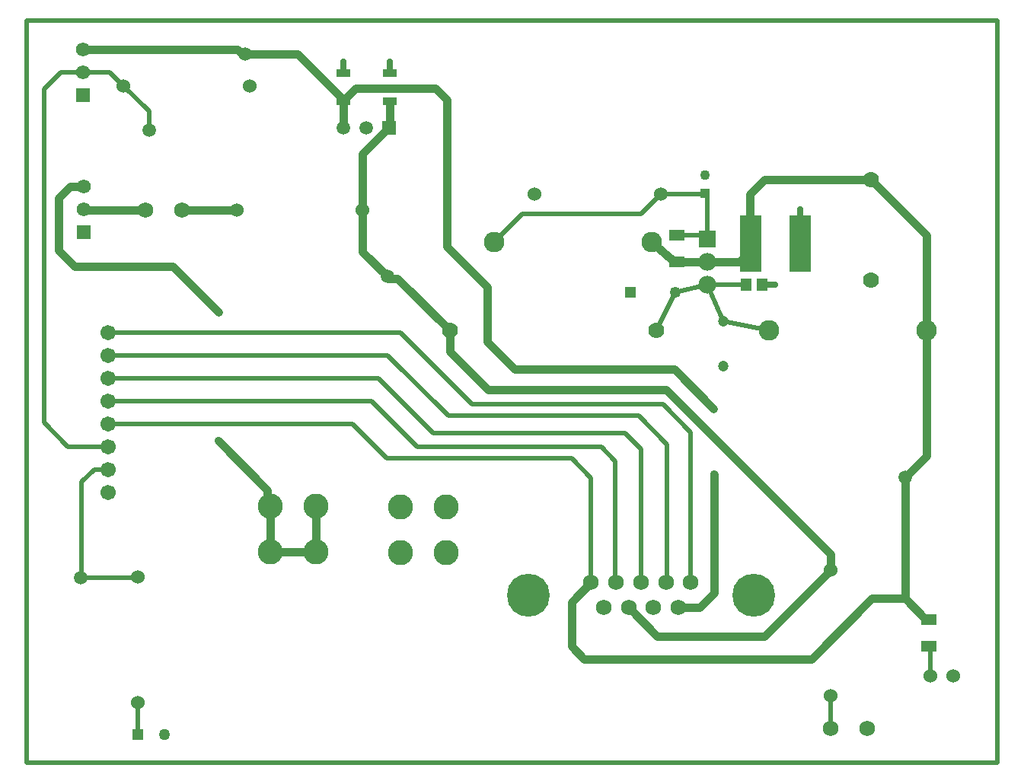
<source format=gtl>
G04*
G04 #@! TF.GenerationSoftware,Altium Limited,Altium Designer,21.6.4 (81)*
G04*
G04 Layer_Physical_Order=1*
G04 Layer_Color=255*
%FSLAX25Y25*%
%MOIN*%
G70*
G04*
G04 #@! TF.SameCoordinates,4CA0FBB6-7D73-4BA8-9560-2460E3BCD6C6*
G04*
G04*
G04 #@! TF.FilePolarity,Positive*
G04*
G01*
G75*
%ADD10C,0.02000*%
%ADD17R,0.06299X0.03369*%
%ADD18R,0.04567X0.05787*%
%ADD19R,0.09724X0.24882*%
%ADD20R,0.07087X0.04724*%
%ADD21R,0.06693X0.04528*%
%ADD26C,0.06700*%
%ADD48C,0.03500*%
%ADD49C,0.02500*%
%ADD50C,0.03000*%
%ADD51C,0.05000*%
%ADD52R,0.05000X0.05000*%
%ADD53R,0.05937X0.05937*%
%ADD54C,0.05937*%
%ADD55C,0.06799*%
%ADD56R,0.04331X0.04331*%
%ADD57C,0.04331*%
%ADD58C,0.09000*%
%ADD59C,0.06000*%
%ADD60C,0.04724*%
%ADD61R,0.06201X0.06201*%
%ADD62C,0.06201*%
%ADD63C,0.11000*%
%ADD64C,0.06909*%
%ADD65C,0.18779*%
%ADD66C,0.07795*%
%ADD67R,0.07795X0.07795*%
%ADD68C,0.07000*%
%ADD69R,0.04921X0.04921*%
%ADD70C,0.04921*%
%ADD71C,0.05906*%
%ADD72C,0.02500*%
%ADD73C,0.03500*%
D10*
X290764Y79181D02*
Y144736D01*
X278500Y157000D02*
X290764Y144736D01*
X280473Y79796D02*
Y139527D01*
X268000Y152000D02*
X280473Y139527D01*
X184500Y152000D02*
X268000D01*
X171000Y138500D02*
X251500D01*
X151000Y158500D02*
X171000Y138500D01*
X35500Y158500D02*
X151000D01*
X157500Y133500D02*
X238500D01*
X35500Y148500D02*
X142500D01*
X157500Y133500D01*
X178000Y144500D02*
X262000D01*
X35500Y168500D02*
X154000D01*
X178000Y144500D01*
X35500Y178500D02*
X158000D01*
X184500Y152000D01*
X296539Y231000D02*
X298000Y229539D01*
X284500Y231000D02*
X296539D01*
X298000Y229539D02*
Y248500D01*
X195000Y157000D02*
X278500D01*
X247142Y79181D02*
Y124858D01*
X238500Y133500D02*
X247142Y124858D01*
X257773Y79456D02*
Y132227D01*
Y79456D02*
X258047Y79181D01*
X251500Y138500D02*
X257773Y132227D01*
X268953Y79181D02*
Y137547D01*
X262000Y144500D02*
X268953Y137547D01*
X279858Y79181D02*
X280473Y79796D01*
X53500Y277000D02*
Y285441D01*
X42441Y296500D02*
X53500Y285441D01*
X24500Y302500D02*
X36441D01*
X42441Y296500D01*
X352000Y29441D02*
X352063Y29378D01*
Y15063D02*
Y29378D01*
Y15063D02*
X352126Y15000D01*
X395000Y51000D02*
X395500Y50500D01*
Y38300D02*
Y50500D01*
X217102Y240500D02*
X269059D01*
X204602Y228000D02*
X217102Y240500D01*
X269059D02*
X277559Y249000D01*
X295335D01*
X297000Y249500D01*
X305000Y193500D02*
X325051Y189500D01*
X275776D02*
X284000Y206000D01*
X298000Y209461D02*
X315500Y209500D01*
X298000Y209461D02*
X305000Y193500D01*
X284000Y206000D02*
X298000Y209461D01*
X297000Y249500D02*
X298000Y248500D01*
X94173Y310500D02*
X95500D01*
X15000Y302500D02*
X24500D01*
X7500Y295000D02*
X15000Y302500D01*
X7500Y149000D02*
Y295000D01*
X18000Y138500D02*
X35500D01*
X7500Y149000D02*
X18000Y138500D01*
X29500Y128500D02*
X35500D01*
X24000Y81500D02*
Y123000D01*
X29500Y128500D01*
X23779Y81279D02*
X24000Y81500D01*
X23779Y81279D02*
X48221D01*
X48500Y81559D01*
X23500Y81000D02*
X23779Y81279D01*
X163500Y188500D02*
X195000Y157000D01*
X35500Y188500D02*
X163500D01*
X48547Y12547D02*
X48594Y12500D01*
X48500Y26441D02*
X48547Y26394D01*
Y12547D02*
Y26394D01*
X351923Y29518D02*
X352000Y29441D01*
X425000Y0D02*
Y325000D01*
X0D02*
X425000D01*
X0Y0D02*
Y325000D01*
Y0D02*
X425000D01*
D17*
X138500Y289985D02*
D03*
Y302015D02*
D03*
X159000Y289985D02*
D03*
Y302015D02*
D03*
D18*
X315000Y209500D02*
D03*
X321929D02*
D03*
D19*
X338811Y227500D02*
D03*
X317000D02*
D03*
D20*
X395000Y62811D02*
D03*
Y51000D02*
D03*
D21*
X284500Y219500D02*
D03*
Y231311D02*
D03*
D26*
X35500Y118500D02*
D03*
Y128500D02*
D03*
Y188500D02*
D03*
Y178500D02*
D03*
Y168500D02*
D03*
Y158500D02*
D03*
Y148500D02*
D03*
Y138500D02*
D03*
D48*
X179000Y295500D02*
X184000Y290500D01*
X144000Y295500D02*
X179000D01*
X139965Y291465D02*
X144000Y295500D01*
X138500Y278299D02*
Y289985D01*
X138566Y290051D02*
X139965Y291450D01*
Y291465D01*
X95500Y310500D02*
X118545D01*
X137946Y291099D01*
X158500Y278299D02*
X159000Y278799D01*
Y289985D01*
X147059Y266858D02*
X158981Y278780D01*
X316925Y224047D02*
X317000Y226500D01*
X294500Y68000D02*
X301000Y74500D01*
Y126500D01*
X304732Y219528D02*
X312153Y219559D01*
X298000Y219500D02*
X304732Y219528D01*
X312153Y219559D02*
X316925Y224047D01*
X106500Y92500D02*
Y112500D01*
X105429Y113571D02*
Y119571D01*
X84000Y141000D02*
X105429Y119571D01*
X106500Y92500D02*
X126500D01*
Y112500D01*
X64000Y217500D02*
X84000Y197500D01*
X21000Y217500D02*
X64000D01*
X14000Y224500D02*
X21000Y217500D01*
X14000Y224500D02*
Y247500D01*
X19000Y252500D02*
X25000D01*
X14000Y247500D02*
X19000Y252500D01*
X285311Y68000D02*
X294500D01*
X213500Y172500D02*
X283500D01*
X201500Y184500D02*
X213500Y172500D01*
X283500D02*
X300750Y155250D01*
X352000Y84559D02*
Y91500D01*
X280000Y163500D02*
X352000Y91500D01*
X202000Y163500D02*
X280000D01*
X201500Y184500D02*
Y208500D01*
X184000Y226000D02*
X201500Y208500D01*
X184000Y226000D02*
Y290500D01*
X185224Y180276D02*
X202000Y163500D01*
X185224Y180276D02*
Y189500D01*
X162453Y212272D02*
X185224Y189500D01*
X158728Y212272D02*
X162453D01*
X158000Y213000D02*
X158728Y212272D01*
X370130Y72130D02*
X384500D01*
X343500Y45500D02*
X370130Y72130D01*
X244000Y45500D02*
X343500D01*
X238500Y51000D02*
X244000Y45500D01*
X238500Y51000D02*
Y70539D01*
X247142Y79181D01*
X322941Y55500D02*
X352000Y84559D01*
X276000Y55500D02*
X322941D01*
X263500Y68000D02*
X276000Y55500D01*
X25250Y242250D02*
X51876D01*
X25000Y242500D02*
X25250Y242250D01*
X51876D02*
X52126Y242000D01*
X384500Y72130D02*
X393748Y62882D01*
X384500Y72130D02*
Y125000D01*
X393748Y62882D02*
X394929D01*
X393949Y134449D02*
Y189500D01*
X384500Y125000D02*
X393949Y134449D01*
X369500Y255547D02*
X393949Y231098D01*
Y189500D02*
Y231098D01*
X316595Y231500D02*
Y249095D01*
X323047Y255547D02*
X369500D01*
X316595Y249095D02*
X323047Y255547D01*
X281653Y221264D02*
X284500Y219500D01*
X273500Y228000D02*
X281653Y221264D01*
X284500Y219500D02*
X298000D01*
X147059Y223941D02*
Y242000D01*
Y223941D02*
X158000Y213000D01*
X147059Y242000D02*
Y266858D01*
X24500Y312500D02*
X92173D01*
X94173Y310500D01*
X67874Y242000D02*
X91941D01*
D49*
X338500Y231689D02*
Y242500D01*
X159000Y302015D02*
Y307015D01*
X138500Y302015D02*
Y307000D01*
X321929Y209500D02*
X327500D01*
D50*
X105429Y113571D02*
X106500Y112500D01*
D51*
X60405Y12500D02*
D03*
D52*
X48594D02*
D03*
D53*
X158500Y278299D02*
D03*
D54*
X148500D02*
D03*
X138500D02*
D03*
D55*
X367874Y15000D02*
D03*
X352126D02*
D03*
X67874Y242000D02*
D03*
X52126D02*
D03*
D56*
X297000Y249500D02*
D03*
D57*
Y257374D02*
D03*
D58*
X325051Y189500D02*
D03*
X393949D02*
D03*
X273500Y228000D02*
D03*
X204602D02*
D03*
D59*
X405500Y38300D02*
D03*
X395500D02*
D03*
X48500Y26441D02*
D03*
Y81559D02*
D03*
X97559Y296500D02*
D03*
X42441D02*
D03*
X352000Y84559D02*
D03*
Y29441D02*
D03*
X277559Y249000D02*
D03*
X222441D02*
D03*
X147059Y242000D02*
D03*
X91941D02*
D03*
D60*
X305000Y193500D02*
D03*
Y173815D02*
D03*
D61*
X25000Y232500D02*
D03*
X24500Y292500D02*
D03*
D62*
X25000Y242500D02*
D03*
Y252500D02*
D03*
X24500Y302500D02*
D03*
Y312500D02*
D03*
D63*
X106500Y112500D02*
D03*
X126500D02*
D03*
X106500Y92500D02*
D03*
X126500D02*
D03*
X183500Y92000D02*
D03*
X163500D02*
D03*
X183500Y112000D02*
D03*
X163500D02*
D03*
D64*
X290764Y79181D02*
D03*
X279858D02*
D03*
X268953D02*
D03*
X258047D02*
D03*
X247142D02*
D03*
X285311Y68000D02*
D03*
X274406D02*
D03*
X263500D02*
D03*
X252594D02*
D03*
D65*
X219740Y73590D02*
D03*
X318165D02*
D03*
D66*
X298000Y209461D02*
D03*
Y219500D02*
D03*
D67*
Y229539D02*
D03*
D68*
X369500Y255547D02*
D03*
Y211453D02*
D03*
X275776Y189500D02*
D03*
X185224D02*
D03*
D69*
X264315Y206000D02*
D03*
D70*
X284000D02*
D03*
D71*
X95500Y310500D02*
D03*
X23500Y81000D02*
D03*
X53500Y277000D02*
D03*
X158000Y213000D02*
D03*
X384500Y125000D02*
D03*
D72*
X338500Y242500D02*
D03*
X159000Y307015D02*
D03*
X138500Y307000D02*
D03*
X327500Y209500D02*
D03*
D73*
X301000Y126500D02*
D03*
X84000Y141000D02*
D03*
Y197500D02*
D03*
X300750Y155250D02*
D03*
M02*

</source>
